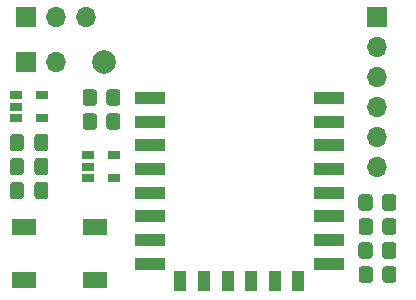
<source format=gbr>
%TF.GenerationSoftware,KiCad,Pcbnew,(5.1.9)-1*%
%TF.CreationDate,2021-10-20T11:11:32-07:00*%
%TF.ProjectId,LED-Controller-ESP-12F,4c45442d-436f-46e7-9472-6f6c6c65722d,A*%
%TF.SameCoordinates,Original*%
%TF.FileFunction,Soldermask,Top*%
%TF.FilePolarity,Negative*%
%FSLAX46Y46*%
G04 Gerber Fmt 4.6, Leading zero omitted, Abs format (unit mm)*
G04 Created by KiCad (PCBNEW (5.1.9)-1) date 2021-10-20 11:11:32*
%MOMM*%
%LPD*%
G01*
G04 APERTURE LIST*
%ADD10R,1.700000X1.700000*%
%ADD11O,1.700000X1.700000*%
%ADD12R,2.100000X1.400000*%
%ADD13R,1.060000X0.650000*%
%ADD14R,2.500000X1.000000*%
%ADD15R,1.000000X1.800000*%
%ADD16C,2.000000*%
G04 APERTURE END LIST*
%TO.C,C1*%
G36*
G01*
X109859500Y-112997000D02*
X109859500Y-112047000D01*
G75*
G02*
X110109500Y-111797000I250000J0D01*
G01*
X110784500Y-111797000D01*
G75*
G02*
X111034500Y-112047000I0J-250000D01*
G01*
X111034500Y-112997000D01*
G75*
G02*
X110784500Y-113247000I-250000J0D01*
G01*
X110109500Y-113247000D01*
G75*
G02*
X109859500Y-112997000I0J250000D01*
G01*
G37*
G36*
G01*
X111934500Y-112997000D02*
X111934500Y-112047000D01*
G75*
G02*
X112184500Y-111797000I250000J0D01*
G01*
X112859500Y-111797000D01*
G75*
G02*
X113109500Y-112047000I0J-250000D01*
G01*
X113109500Y-112997000D01*
G75*
G02*
X112859500Y-113247000I-250000J0D01*
G01*
X112184500Y-113247000D01*
G75*
G02*
X111934500Y-112997000I0J250000D01*
G01*
G37*
%TD*%
%TO.C,C2*%
G36*
G01*
X111934500Y-115029000D02*
X111934500Y-114079000D01*
G75*
G02*
X112184500Y-113829000I250000J0D01*
G01*
X112859500Y-113829000D01*
G75*
G02*
X113109500Y-114079000I0J-250000D01*
G01*
X113109500Y-115029000D01*
G75*
G02*
X112859500Y-115279000I-250000J0D01*
G01*
X112184500Y-115279000D01*
G75*
G02*
X111934500Y-115029000I0J250000D01*
G01*
G37*
G36*
G01*
X109859500Y-115029000D02*
X109859500Y-114079000D01*
G75*
G02*
X110109500Y-113829000I250000J0D01*
G01*
X110784500Y-113829000D01*
G75*
G02*
X111034500Y-114079000I0J-250000D01*
G01*
X111034500Y-115029000D01*
G75*
G02*
X110784500Y-115279000I-250000J0D01*
G01*
X110109500Y-115279000D01*
G75*
G02*
X109859500Y-115029000I0J250000D01*
G01*
G37*
%TD*%
%TO.C,C3*%
G36*
G01*
X109859500Y-117061000D02*
X109859500Y-116111000D01*
G75*
G02*
X110109500Y-115861000I250000J0D01*
G01*
X110784500Y-115861000D01*
G75*
G02*
X111034500Y-116111000I0J-250000D01*
G01*
X111034500Y-117061000D01*
G75*
G02*
X110784500Y-117311000I-250000J0D01*
G01*
X110109500Y-117311000D01*
G75*
G02*
X109859500Y-117061000I0J250000D01*
G01*
G37*
G36*
G01*
X111934500Y-117061000D02*
X111934500Y-116111000D01*
G75*
G02*
X112184500Y-115861000I250000J0D01*
G01*
X112859500Y-115861000D01*
G75*
G02*
X113109500Y-116111000I0J-250000D01*
G01*
X113109500Y-117061000D01*
G75*
G02*
X112859500Y-117311000I-250000J0D01*
G01*
X112184500Y-117311000D01*
G75*
G02*
X111934500Y-117061000I0J250000D01*
G01*
G37*
%TD*%
D10*
%TO.C,J1*%
X111252000Y-105664000D03*
D11*
X113792000Y-105664000D03*
%TD*%
D10*
%TO.C,J2*%
X111252000Y-101854000D03*
D11*
X113792000Y-101854000D03*
X116332000Y-101854000D03*
%TD*%
D10*
%TO.C,J3*%
X140970000Y-101854000D03*
D11*
X140970000Y-104394000D03*
X140970000Y-106934000D03*
X140970000Y-109474000D03*
X140970000Y-112014000D03*
X140970000Y-114554000D03*
%TD*%
%TO.C,R1*%
G36*
G01*
X118018000Y-109162001D02*
X118018000Y-108261999D01*
G75*
G02*
X118267999Y-108012000I249999J0D01*
G01*
X118968001Y-108012000D01*
G75*
G02*
X119218000Y-108261999I0J-249999D01*
G01*
X119218000Y-109162001D01*
G75*
G02*
X118968001Y-109412000I-249999J0D01*
G01*
X118267999Y-109412000D01*
G75*
G02*
X118018000Y-109162001I0J249999D01*
G01*
G37*
G36*
G01*
X116018000Y-109162001D02*
X116018000Y-108261999D01*
G75*
G02*
X116267999Y-108012000I249999J0D01*
G01*
X116968001Y-108012000D01*
G75*
G02*
X117218000Y-108261999I0J-249999D01*
G01*
X117218000Y-109162001D01*
G75*
G02*
X116968001Y-109412000I-249999J0D01*
G01*
X116267999Y-109412000D01*
G75*
G02*
X116018000Y-109162001I0J249999D01*
G01*
G37*
%TD*%
%TO.C,R2*%
G36*
G01*
X116018000Y-111194001D02*
X116018000Y-110293999D01*
G75*
G02*
X116267999Y-110044000I249999J0D01*
G01*
X116968001Y-110044000D01*
G75*
G02*
X117218000Y-110293999I0J-249999D01*
G01*
X117218000Y-111194001D01*
G75*
G02*
X116968001Y-111444000I-249999J0D01*
G01*
X116267999Y-111444000D01*
G75*
G02*
X116018000Y-111194001I0J249999D01*
G01*
G37*
G36*
G01*
X118018000Y-111194001D02*
X118018000Y-110293999D01*
G75*
G02*
X118267999Y-110044000I249999J0D01*
G01*
X118968001Y-110044000D01*
G75*
G02*
X119218000Y-110293999I0J-249999D01*
G01*
X119218000Y-111194001D01*
G75*
G02*
X118968001Y-111444000I-249999J0D01*
G01*
X118267999Y-111444000D01*
G75*
G02*
X118018000Y-111194001I0J249999D01*
G01*
G37*
%TD*%
%TO.C,R3*%
G36*
G01*
X140570000Y-121215999D02*
X140570000Y-122116001D01*
G75*
G02*
X140320001Y-122366000I-249999J0D01*
G01*
X139619999Y-122366000D01*
G75*
G02*
X139370000Y-122116001I0J249999D01*
G01*
X139370000Y-121215999D01*
G75*
G02*
X139619999Y-120966000I249999J0D01*
G01*
X140320001Y-120966000D01*
G75*
G02*
X140570000Y-121215999I0J-249999D01*
G01*
G37*
G36*
G01*
X142570000Y-121215999D02*
X142570000Y-122116001D01*
G75*
G02*
X142320001Y-122366000I-249999J0D01*
G01*
X141619999Y-122366000D01*
G75*
G02*
X141370000Y-122116001I0J249999D01*
G01*
X141370000Y-121215999D01*
G75*
G02*
X141619999Y-120966000I249999J0D01*
G01*
X142320001Y-120966000D01*
G75*
G02*
X142570000Y-121215999I0J-249999D01*
G01*
G37*
%TD*%
%TO.C,R4*%
G36*
G01*
X139386000Y-120084001D02*
X139386000Y-119183999D01*
G75*
G02*
X139635999Y-118934000I249999J0D01*
G01*
X140336001Y-118934000D01*
G75*
G02*
X140586000Y-119183999I0J-249999D01*
G01*
X140586000Y-120084001D01*
G75*
G02*
X140336001Y-120334000I-249999J0D01*
G01*
X139635999Y-120334000D01*
G75*
G02*
X139386000Y-120084001I0J249999D01*
G01*
G37*
G36*
G01*
X141386000Y-120084001D02*
X141386000Y-119183999D01*
G75*
G02*
X141635999Y-118934000I249999J0D01*
G01*
X142336001Y-118934000D01*
G75*
G02*
X142586000Y-119183999I0J-249999D01*
G01*
X142586000Y-120084001D01*
G75*
G02*
X142336001Y-120334000I-249999J0D01*
G01*
X141635999Y-120334000D01*
G75*
G02*
X141386000Y-120084001I0J249999D01*
G01*
G37*
%TD*%
%TO.C,R5*%
G36*
G01*
X142586000Y-123247999D02*
X142586000Y-124148001D01*
G75*
G02*
X142336001Y-124398000I-249999J0D01*
G01*
X141635999Y-124398000D01*
G75*
G02*
X141386000Y-124148001I0J249999D01*
G01*
X141386000Y-123247999D01*
G75*
G02*
X141635999Y-122998000I249999J0D01*
G01*
X142336001Y-122998000D01*
G75*
G02*
X142586000Y-123247999I0J-249999D01*
G01*
G37*
G36*
G01*
X140586000Y-123247999D02*
X140586000Y-124148001D01*
G75*
G02*
X140336001Y-124398000I-249999J0D01*
G01*
X139635999Y-124398000D01*
G75*
G02*
X139386000Y-124148001I0J249999D01*
G01*
X139386000Y-123247999D01*
G75*
G02*
X139635999Y-122998000I249999J0D01*
G01*
X140336001Y-122998000D01*
G75*
G02*
X140586000Y-123247999I0J-249999D01*
G01*
G37*
%TD*%
%TO.C,R6*%
G36*
G01*
X140570000Y-117151999D02*
X140570000Y-118052001D01*
G75*
G02*
X140320001Y-118302000I-249999J0D01*
G01*
X139619999Y-118302000D01*
G75*
G02*
X139370000Y-118052001I0J249999D01*
G01*
X139370000Y-117151999D01*
G75*
G02*
X139619999Y-116902000I249999J0D01*
G01*
X140320001Y-116902000D01*
G75*
G02*
X140570000Y-117151999I0J-249999D01*
G01*
G37*
G36*
G01*
X142570000Y-117151999D02*
X142570000Y-118052001D01*
G75*
G02*
X142320001Y-118302000I-249999J0D01*
G01*
X141619999Y-118302000D01*
G75*
G02*
X141370000Y-118052001I0J249999D01*
G01*
X141370000Y-117151999D01*
G75*
G02*
X141619999Y-116902000I249999J0D01*
G01*
X142320001Y-116902000D01*
G75*
G02*
X142570000Y-117151999I0J-249999D01*
G01*
G37*
%TD*%
D12*
%TO.C,SW1*%
X111046000Y-119670000D03*
X117046000Y-119670000D03*
X111046000Y-124170000D03*
X117046000Y-124170000D03*
%TD*%
D13*
%TO.C,U1*%
X112606000Y-108524000D03*
X112606000Y-110424000D03*
X110406000Y-110424000D03*
X110406000Y-109474000D03*
X110406000Y-108524000D03*
%TD*%
%TO.C,U2*%
X116502000Y-113604000D03*
X116502000Y-114554000D03*
X116502000Y-115504000D03*
X118702000Y-115504000D03*
X118702000Y-113604000D03*
%TD*%
D14*
%TO.C,U3*%
X121686000Y-108768000D03*
X121686000Y-110768000D03*
X121686000Y-112768000D03*
X121686000Y-114768000D03*
X121686000Y-116768000D03*
X121686000Y-118768000D03*
X121686000Y-120768000D03*
X121686000Y-122768000D03*
D15*
X124286000Y-124268000D03*
X126286000Y-124268000D03*
X128286000Y-124268000D03*
X130286000Y-124268000D03*
X132286000Y-124268000D03*
X134286000Y-124268000D03*
D14*
X136886000Y-122768000D03*
X136886000Y-120768000D03*
X136886000Y-118768000D03*
X136886000Y-116768000D03*
X136886000Y-114768000D03*
X136886000Y-112768000D03*
X136886000Y-110768000D03*
X136886000Y-108768000D03*
%TD*%
D16*
%TO.C,TP1*%
X117856000Y-105664000D03*
%TD*%
M02*

</source>
